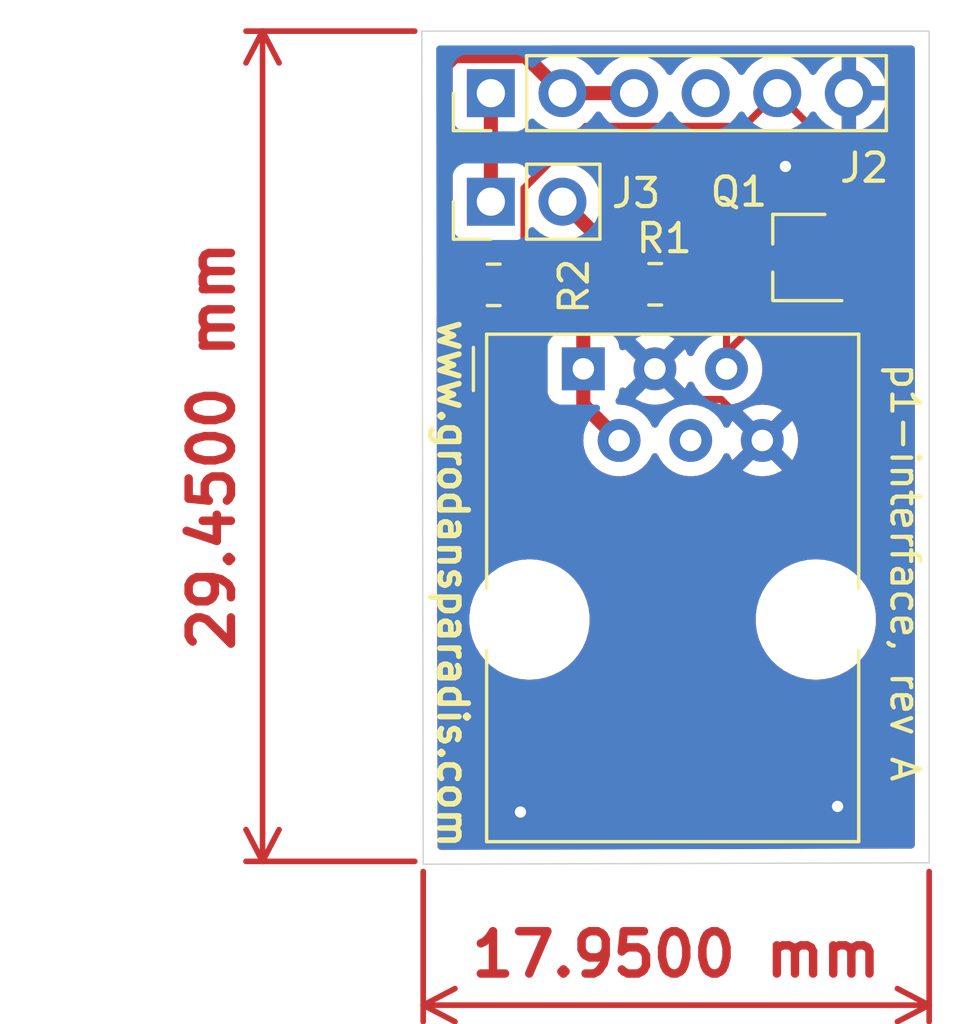
<source format=kicad_pcb>
(kicad_pcb (version 20211014) (generator pcbnew)
  (layers (0 "F.Cu" signal) (31 "B.Cu" signal) (34 "B.Paste" user) (35 "F.Paste" user) (36 "B.SilkS" user "B.Silkscreen") (37 "F.SilkS" user "F.Silkscreen") (38 "B.Mask" user) (39 "F.Mask" user) (44 "Edge.Cuts" user))
  (net 0 "")
  (net 1 "+5V")
  (net 2 "GND")
  (net 4 "Net-(J1-Pad5)")
  (net 5 "Net-(J2-Pad1)")
  (net 6 "+3V3")
  (net 8 "/rx")
  (footprint "Connector_PinHeader_2.54mm:PinHeader_1x06_P2.54mm_Vertical" (layer "F.Cu") (at 128.75 62.75 90)
    (fp_text reference "J2" (at -2.65 13.25 180) (layer "F.SilkS"))
    (fp_text value "Conn_01x06" hide)
    (fp_line (start -1.33 14.03) (end 1.33 14.03) (layer "F.SilkS") (width 0.12))
    (fp_line (start -1.33 1.27) (end 1.33 1.27) (layer "F.SilkS") (width 0.12))
    (fp_line (start -1.33 0) (end -1.33 -1.33) (layer "F.SilkS") (width 0.12))
    (fp_line (start -1.33 1.27) (end -1.33 14.03) (layer "F.SilkS") (width 0.12))
    (fp_line (start 1.33 1.27) (end 1.33 14.03) (layer "F.SilkS") (width 0.12))
    (fp_line (start -1.33 -1.33) (end 0 -1.33) (layer "F.SilkS") (width 0.12))
    (pad "1" thru_hole rect (at 0 0 90) (size 1.7 1.7) (drill 1) (layers *.Cu *.Mask) (net 5 "Net-(J2-Pad1)"))
    (pad "2" thru_hole oval (at 0 2.54 90) (size 1.7 1.7) (drill 1) (layers *.Cu *.Mask) (net 6 "+3V3"))
    (pad "3" thru_hole oval (at 0 5.08 90) (size 1.7 1.7) (drill 1) (layers *.Cu *.Mask) (net 6 "+3V3"))
    (pad "4" thru_hole oval (at 0 7.62 90) (size 1.7 1.7) (drill 1) (layers *.Cu *.Mask))
    (pad "5" thru_hole oval (at 0 10.16 90) (size 1.7 1.7) (drill 1) (layers *.Cu *.Mask) (net 8 "/rx"))
    (pad "6" thru_hole oval (at 0 12.7 90) (size 1.7 1.7) (drill 1) (layers *.Cu *.Mask) (net 2 "GND"))
  )
  (footprint "Connector_RJ:RJ12_Amphenol_54601" (layer "F.Cu") (at 132.03 72.53)
    (fp_text reference "J1" hide)
    (fp_text value "P1 Connector" hide)
    (fp_line (start -3.9 0.77) (end -3.9 -0.76) (layer "F.SilkS") (width 0.12))
    (fp_line (start -3.43 7.72) (end -3.43 7.79) (layer "F.SilkS") (width 0.1))
    (fp_line (start 9.77 16.65) (end 9.77 16.77) (layer "F.SilkS") (width 0.1))
    (fp_line (start 9.77 16.77) (end -3.43 16.77) (layer "F.SilkS") (width 0.12))
    (fp_line (start -3.43 7.79) (end -3.43 -1.23) (layer "F.SilkS") (width 0.12))
    (fp_line (start -3.43 -1.23) (end 9.77 -1.23) (layer "F.SilkS") (width 0.12))
    (fp_line (start 9.77 -1.23) (end 9.77 7.79) (layer "F.SilkS") (width 0.12))
    (fp_line (start -3.43 16.77) (end -3.43 9.99) (layer "F.SilkS") (width 0.12))
    (fp_line (start 9.77 16.76) (end 9.77 16.77) (layer "F.SilkS") (width 0.1))
    (fp_line (start 9.77 16.77) (end 9.77 9.99) (layer "F.SilkS") (width 0.12))
    (pad "" np_thru_hole circle (at 8.25 8.89) (size 3.25 3.25) (drill 3.25) (layers *.Cu *.Mask))
    (pad "" np_thru_hole circle (at -1.91 8.89) (size 3.25 3.25) (drill 3.25) (layers *.Cu *.Mask))
    (pad "1" thru_hole rect (at 0 0) (size 1.52 1.52) (drill 0.76) (layers *.Cu *.Mask) (net 1 "+5V"))
    (pad "2" thru_hole circle (at 1.27 2.54) (size 1.52 1.52) (drill 0.76) (layers *.Cu *.Mask) (net 1 "+5V"))
    (pad "3" thru_hole circle (at 2.54 0) (size 1.52 1.52) (drill 0.76) (layers *.Cu *.Mask) (net 2 "GND"))
    (pad "4" thru_hole circle (at 3.81 2.54) (size 1.52 1.52) (drill 0.76) (layers *.Cu *.Mask))
    (pad "5" thru_hole circle (at 5.08 0) (size 1.52 1.52) (drill 0.76) (layers *.Cu *.Mask) (net 4 "Net-(J1-Pad5)"))
    (pad "6" thru_hole circle (at 6.35 2.54) (size 1.52 1.52) (drill 0.76) (layers *.Cu *.Mask) (net 2 "GND"))
  )
  (footprint "Package_TO_SOT_SMD:TSOT-23_HandSoldering" (layer "F.Cu") (at 139.7 68.6 180)
    (fp_text reference "Q1" (at 2.15 2.35 180) (layer "F.SilkS"))
    (fp_text value "BC847" hide)
    (fp_line (start 0.95 1.55) (end -0.9 1.55) (layer "F.SilkS") (width 0.12))
    (fp_line (start 0.95 0.5) (end 0.95 1.55) (layer "F.SilkS") (width 0.12))
    (fp_line (start 0.95 -1.5) (end 0.95 -0.5) (layer "F.SilkS") (width 0.12))
    (fp_line (start 0.93 -1.51) (end -1.5 -1.51) (layer "F.SilkS") (width 0.12))
    (pad "1" smd rect (at -1.71 -0.95 180) (size 2 0.65) (layers "F.Cu" "F.Paste" "F.Mask") (net 8 "/rx"))
    (pad "2" smd rect (at -1.71 0.95 180) (size 2 0.65) (layers "F.Cu" "F.Paste" "F.Mask") (net 4 "Net-(J1-Pad5)"))
    (pad "3" smd rect (at 1.71 0 180) (size 2 0.65) (layers "F.Cu" "F.Paste" "F.Mask") (net 2 "GND"))
  )
  (footprint "Resistor_SMD:R_0805_2012Metric_Pad1.20x1.40mm_HandSolder" (layer "F.Cu") (at 134.58 69.53 180)
    (fp_text reference "R1" (at -0.32 1.63) (layer "F.SilkS"))
    (fp_text value "4k7" hide)
    (fp_line (start -0.227064 0.735) (end 0.227064 0.735) (layer "F.SilkS") (width 0.12))
    (fp_line (start -0.227064 -0.735) (end 0.227064 -0.735) (layer "F.SilkS") (width 0.12))
    (pad "1" smd roundrect (at -1 0 180) (size 1.2 1.4) (layers "F.Cu" "F.Paste" "F.Mask") (roundrect_rratio 0.2083333333) (net 4 "Net-(J1-Pad5)"))
    (pad "2" smd roundrect (at 1 0 180) (size 1.2 1.4) (layers "F.Cu" "F.Paste" "F.Mask") (roundrect_rratio 0.2083333333) (net 1 "+5V"))
  )
  (footprint "Connector_PinHeader_2.54mm:PinHeader_1x02_P2.54mm_Vertical" (layer "F.Cu") (at 128.75 66.6 90)
    (fp_text reference "J3" (at 0.3 5.15 180) (layer "F.SilkS"))
    (fp_text value "Conn_01x02" hide)
    (fp_line (start 1.33 1.27) (end 1.33 3.87) (layer "F.SilkS") (width 0.12))
    (fp_line (start -1.33 0) (end -1.33 -1.33) (layer "F.SilkS") (width 0.12))
    (fp_line (start -1.33 3.87) (end 1.33 3.87) (layer "F.SilkS") (width 0.12))
    (fp_line (start -1.33 1.27) (end -1.33 3.87) (layer "F.SilkS") (width 0.12))
    (fp_line (start -1.33 -1.33) (end 0 -1.33) (layer "F.SilkS") (width 0.12))
    (fp_line (start -1.33 1.27) (end 1.33 1.27) (layer "F.SilkS") (width 0.12))
    (pad "1" thru_hole rect (at 0 0 90) (size 1.7 1.7) (drill 1) (layers *.Cu *.Mask) (net 5 "Net-(J2-Pad1)"))
    (pad "2" thru_hole oval (at 0 2.54 90) (size 1.7 1.7) (drill 1) (layers *.Cu *.Mask) (net 1 "+5V"))
  )
  (footprint "Resistor_SMD:R_0805_2012Metric_Pad1.20x1.40mm_HandSolder" (layer "F.Cu") (at 128.85 69.55 180)
    (fp_text reference "R2" (at -2.85 -0.05 90) (layer "F.SilkS"))
    (fp_text value "10k" hide)
    (fp_line (start -0.227064 0.735) (end 0.227064 0.735) (layer "F.SilkS") (width 0.12))
    (fp_line (start -0.227064 -0.735) (end 0.227064 -0.735) (layer "F.SilkS") (width 0.12))
    (pad "1" smd roundrect (at -1 0 180) (size 1.2 1.4) (layers "F.Cu" "F.Paste" "F.Mask") (roundrect_rratio 0.2083333333) (net 8 "/rx"))
    (pad "2" smd roundrect (at 1 0 180) (size 1.2 1.4) (layers "F.Cu" "F.Paste" "F.Mask") (roundrect_rratio 0.2083333333) (net 6 "+3V3"))
  )
  (gr_line (start 126.35 90.1) (end 144.3 90.05) (layer "Edge.Cuts") (width 0.05))
  (gr_line (start 144.3 60.55) (end 126.3 60.55) (layer "Edge.Cuts") (width 0.05))
  (gr_line (start 144.3 90.05) (end 144.3 60.55) (layer "Edge.Cuts") (width 0.05))
  (gr_line (start 126.3 60.55) (end 126.35 90.1) (layer "Edge.Cuts") (width 0.05))
  (gr_text "www.grodansparadis.com" (at 127.4 80.15 -90) (layer "F.SilkS") (effects (font (size 1 1) (thickness 0.2))))
  (gr_text "p1-interface, rev A" (at 143.45 79.75 270) (layer "F.SilkS") (effects (font (size 1 1))))
  (dimension (type aligned) (layer "F.Cu") (pts (xy 126.35 89.861162) (xy 144.3 89.861162)) (height 5.238838) (gr_text "17,9500 mm" (at 135.325 93.3) (layer "F.Cu") (effects (font (size 1.5 1.5) (thickness 0.3)))) (format (units 3) (units_format 1) (precision 4)) (style (thickness 0.2) (arrow_length 1.27) (text_position_mode 0) (extension_height 0.58642) (extension_offset 0.5) keep_text_aligned))
  (dimension (type aligned) (layer "F.Cu") (pts (xy 126.549926 90) (xy 126.549926 60.55)) (height -5.899926) (gr_text "29,4500 mm" (at 118.85 75.275 90) (layer "F.Cu") (effects (font (size 1.5 1.5) (thickness 0.3)))) (format (units 3) (units_format 1) (precision 4)) (style (thickness 0.2) (arrow_length 1.27) (text_position_mode 0) (extension_height 0.58642) (extension_offset 0.5) keep_text_aligned))
  (segment (start 132.03 72.53) (end 132.03 73.8) (width 0.5) (layer "F.Cu") (net 1))
  (segment (start 132.03 72.53) (end 132.03 71.08) (width 0.5) (layer "F.Cu") (net 1))
  (segment (start 131.29 66.6) (end 133.58 68.89) (width 0.5) (layer "F.Cu") (net 1))
  (segment (start 132.03 73.8) (end 133.3 75.07) (width 0.5) (layer "F.Cu") (net 1))
  (segment (start 133.58 68.89) (end 133.58 69.53) (width 0.25) (layer "F.Cu") (net 1))
  (segment (start 132.03 71.08) (end 133.58 69.53) (width 0.5) (layer "F.Cu") (net 1))
  (segment (start 134.57 72.53) (end 135.654511 73.614511) (width 0.25) (layer "F.Cu") (net 2))
  (segment (start 135.654511 73.614511) (end 136.924511 73.614511) (width 0.25) (layer "F.Cu") (net 2))
  (segment (start 136.924511 73.614511) (end 138.38 75.07) (width 0.25) (layer "F.Cu") (net 2))
  (via (at 129.8 88.25) (size 0.8) (drill 0.4) (layers "F.Cu" "B.Cu") (net 2))
  (via (at 139.2 65.35) (size 0.8) (drill 0.4) (layers "F.Cu" "B.Cu") (net 2))
  (via (at 141.05 88.05) (size 0.8) (drill 0.4) (layers "F.Cu" "B.Cu") (net 2))
  (segment (start 137.11 71.06) (end 137.11 72.53) (width 0.25) (layer "F.Cu") (net 4))
  (segment (start 137.11 71.95) (end 137.11 72.53) (width 0.25) (layer "F.Cu") (net 4))
  (segment (start 135.58 69.53) (end 137.11 71.06) (width 0.25) (layer "F.Cu") (net 4))
  (segment (start 141.41 67.65) (end 137.11 71.95) (width 0.25) (layer "F.Cu") (net 4))
  (segment (start 128.75 62.75) (end 128.75 66.6) (width 0.5) (layer "F.Cu") (net 5))
  (segment (start 127.15 61.750978) (end 127.15 68.85) (width 0.5) (layer "F.Cu") (net 6))
  (segment (start 131.29 62.75) (end 133.83 62.75) (width 0.5) (layer "F.Cu") (net 6))
  (segment (start 130.09 61.55) (end 130.09 61.44) (width 0.5) (layer "F.Cu") (net 6))
  (segment (start 130.09 61.55) (end 131.29 62.75) (width 0.5) (layer "F.Cu") (net 6))
  (segment (start 127.15 68.85) (end 127.85 69.55) (width 0.5) (layer "F.Cu") (net 6))
  (segment (start 130.09 61.44) (end 127.460978 61.44) (width 0.5) (layer "F.Cu") (net 6))
  (segment (start 127.460978 61.44) (end 127.15 61.750978) (width 0.5) (layer "F.Cu") (net 6))
  (segment (start 129.85 69.55) (end 129.924511 69.475489) (width 0.25) (layer "F.Cu") (net 8))
  (segment (start 137.735489 63.924511) (end 138.91 62.75) (width 0.25) (layer "F.Cu") (net 8))
  (segment (start 129.924511 66.125489) (end 132.125489 63.924511) (width 0.25) (layer "F.Cu") (net 8))
  (segment (start 142.734511 66.574511) (end 138.91 62.75) (width 0.25) (layer "F.Cu") (net 8))
  (segment (start 129.924511 69.475489) (end 129.924511 66.125489) (width 0.25) (layer "F.Cu") (net 8))
  (segment (start 132.125489 63.924511) (end 137.735489 63.924511) (width 0.25) (layer "F.Cu") (net 8))
  (segment (start 141.41 69.55) (end 142.734511 68.225489) (width 0.25) (layer "F.Cu") (net 8))
  (segment (start 142.734511 68.225489) (end 142.734511 66.574511) (width 0.25) (layer "F.Cu") (net 8))
  (zone (net 2) (net_name "GND") (layer "F.Cu") (connect_pads (clearance 0.508)) (min_thickness 0.254) (fill yes (thermal_gap 0.508) (thermal_bridge_width 0.508))
    (polygon (pts (xy 145 90.45) (xy 125.25 90.35) (xy 125.4 59.95) (xy 125.4 60.05) (xy 145.1 59.95)))
  )
  (zone (net 2) (net_name "GND") (layer "B.Cu") (connect_pads (clearance 0.508)) (min_thickness 0.254) (fill yes (thermal_gap 0.508) (thermal_bridge_width 0.508))
    (polygon (pts (xy 146.049779 90.845737) (xy 124.349779 90.795737) (xy 123.849779 61.245737) (xy 124.299779 59.545737) (xy 145.849779 59.445737)))
  )
)
</source>
